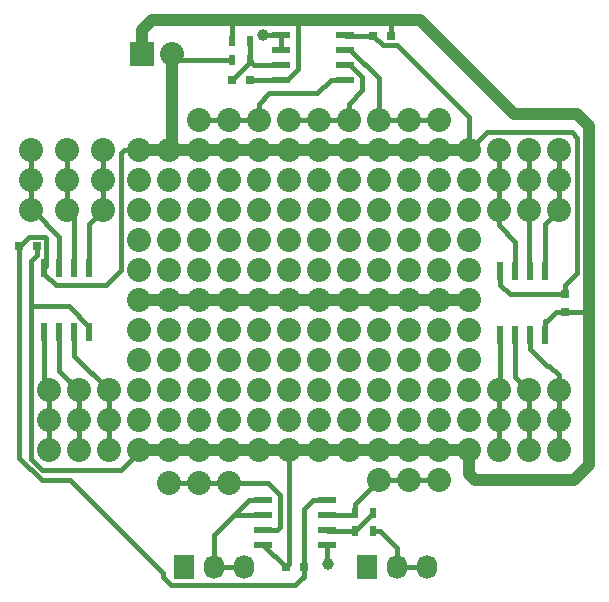
<source format=gtl>
G04 #@! TF.FileFunction,Copper,L1,Top,Signal*
%FSLAX46Y46*%
G04 Gerber Fmt 4.6, Leading zero omitted, Abs format (unit mm)*
G04 Created by KiCad (PCBNEW (2016-03-07 BZR 6612)-product) date Sunday, 29 May 2016 'pmt' 23:22:15*
%MOMM*%
G01*
G04 APERTURE LIST*
%ADD10C,0.100000*%
%ADD11R,0.500000X0.900000*%
%ADD12R,0.600000X1.550000*%
%ADD13R,1.550000X0.600000*%
%ADD14R,2.032000X2.032000*%
%ADD15O,2.032000X2.032000*%
%ADD16R,0.800000X0.750000*%
%ADD17R,0.750000X0.800000*%
%ADD18C,2.032000*%
%ADD19R,1.727200X2.032000*%
%ADD20O,1.727200X2.032000*%
%ADD21C,1.000000*%
%ADD22C,0.400000*%
%ADD23C,1.000000*%
G04 APERTURE END LIST*
D10*
D11*
X68846000Y-54610000D03*
X70346000Y-54610000D03*
D12*
X91567000Y-77884000D03*
X92837000Y-77884000D03*
X94107000Y-77884000D03*
X95377000Y-77884000D03*
X95377000Y-72484000D03*
X94107000Y-72484000D03*
X92837000Y-72484000D03*
X91567000Y-72484000D03*
D13*
X71468000Y-91821000D03*
X71468000Y-93091000D03*
X71468000Y-94361000D03*
X71468000Y-95631000D03*
X76868000Y-95631000D03*
X76868000Y-94361000D03*
X76868000Y-93091000D03*
X76868000Y-91821000D03*
X72992000Y-52451000D03*
X72992000Y-53721000D03*
X72992000Y-54991000D03*
X72992000Y-56261000D03*
X78392000Y-56261000D03*
X78392000Y-54991000D03*
X78392000Y-53721000D03*
X78392000Y-52451000D03*
D12*
X52959000Y-77630000D03*
X54229000Y-77630000D03*
X55499000Y-77630000D03*
X56769000Y-77630000D03*
X56769000Y-72230000D03*
X55499000Y-72230000D03*
X54229000Y-72230000D03*
X52959000Y-72230000D03*
D14*
X61214000Y-54102000D03*
D15*
X63754000Y-54102000D03*
D11*
X80760000Y-94488000D03*
X79260000Y-94488000D03*
X70346000Y-52959000D03*
X68846000Y-52959000D03*
X79260000Y-92964000D03*
X80760000Y-92964000D03*
D16*
X50824000Y-70358000D03*
X52324000Y-70358000D03*
X80784000Y-52578000D03*
X82284000Y-52578000D03*
X74906000Y-97536000D03*
X73406000Y-97536000D03*
D17*
X97028000Y-74434000D03*
X97028000Y-75934000D03*
D16*
X68846000Y-56261000D03*
X70346000Y-56261000D03*
D18*
X51816000Y-62230000D03*
X51816000Y-64770000D03*
X51816000Y-67310000D03*
X53340000Y-82550000D03*
X53340000Y-85090000D03*
X53340000Y-87630000D03*
X54864000Y-62230000D03*
X54864000Y-64770000D03*
X54864000Y-67310000D03*
X57912000Y-62230000D03*
X57912000Y-64770000D03*
X57912000Y-67310000D03*
X55880000Y-82550000D03*
X55880000Y-85090000D03*
X55880000Y-87630000D03*
X58420000Y-82550000D03*
X58420000Y-85090000D03*
X58420000Y-87630000D03*
X91440000Y-62230000D03*
X91440000Y-64770000D03*
X91440000Y-67310000D03*
X91440000Y-82550000D03*
X91440000Y-85090000D03*
X91440000Y-87630000D03*
X81280000Y-59690000D03*
X83820000Y-59690000D03*
X86360000Y-59690000D03*
X93980000Y-62230000D03*
X93980000Y-64770000D03*
X93980000Y-67310000D03*
X96520000Y-62230000D03*
X96520000Y-64770000D03*
X96520000Y-67310000D03*
X93980000Y-82550000D03*
X93980000Y-85090000D03*
X93980000Y-87630000D03*
X96520000Y-82550000D03*
X96520000Y-85090000D03*
X96520000Y-87630000D03*
X73660000Y-59690000D03*
X76200000Y-59690000D03*
X78740000Y-59690000D03*
X66040000Y-59690000D03*
X68580000Y-59690000D03*
X71120000Y-59690000D03*
X81280000Y-90170000D03*
X83820000Y-90170000D03*
X86360000Y-90170000D03*
X63500000Y-90424000D03*
X66040000Y-90424000D03*
X68580000Y-90424000D03*
X60960000Y-87630000D03*
X63500000Y-87630000D03*
X66040000Y-87630000D03*
X68580000Y-87630000D03*
X71120000Y-87630000D03*
X73660000Y-87630000D03*
X76200000Y-87630000D03*
X78740000Y-87630000D03*
X81280000Y-87630000D03*
X83820000Y-87630000D03*
X86360000Y-87630000D03*
X88900000Y-87630000D03*
X60960000Y-67310000D03*
X63500000Y-67310000D03*
X66040000Y-67310000D03*
X68580000Y-67310000D03*
X71120000Y-67310000D03*
X73660000Y-67310000D03*
X76200000Y-67310000D03*
X78740000Y-67310000D03*
X81280000Y-67310000D03*
X83820000Y-67310000D03*
X86360000Y-67310000D03*
X88900000Y-67310000D03*
X60960000Y-74930000D03*
X63500000Y-74930000D03*
X66040000Y-74930000D03*
X68580000Y-74930000D03*
X71120000Y-74930000D03*
X73660000Y-74930000D03*
X76200000Y-74930000D03*
X78740000Y-74930000D03*
X81280000Y-74930000D03*
X83820000Y-74930000D03*
X86360000Y-74930000D03*
X88900000Y-74930000D03*
X60960000Y-64770000D03*
X63500000Y-64770000D03*
X66040000Y-64770000D03*
X68580000Y-64770000D03*
X71120000Y-64770000D03*
X73660000Y-64770000D03*
X76200000Y-64770000D03*
X78740000Y-64770000D03*
X81280000Y-64770000D03*
X83820000Y-64770000D03*
X86360000Y-64770000D03*
X88900000Y-64770000D03*
X60960000Y-62230000D03*
X63500000Y-62230000D03*
X66040000Y-62230000D03*
X68580000Y-62230000D03*
X71120000Y-62230000D03*
X73660000Y-62230000D03*
X76200000Y-62230000D03*
X78740000Y-62230000D03*
X81280000Y-62230000D03*
X83820000Y-62230000D03*
X86360000Y-62230000D03*
X88900000Y-62230000D03*
X60960000Y-69850000D03*
X63500000Y-69850000D03*
X66040000Y-69850000D03*
X68580000Y-69850000D03*
X71120000Y-69850000D03*
X73660000Y-69850000D03*
X76200000Y-69850000D03*
X78740000Y-69850000D03*
X81280000Y-69850000D03*
X83820000Y-69850000D03*
X86360000Y-69850000D03*
X88900000Y-69850000D03*
X60960000Y-72390000D03*
X63500000Y-72390000D03*
X66040000Y-72390000D03*
X68580000Y-72390000D03*
X71120000Y-72390000D03*
X73660000Y-72390000D03*
X76200000Y-72390000D03*
X78740000Y-72390000D03*
X81280000Y-72390000D03*
X83820000Y-72390000D03*
X86360000Y-72390000D03*
X88900000Y-72390000D03*
X60960000Y-77470000D03*
X63500000Y-77470000D03*
X66040000Y-77470000D03*
X68580000Y-77470000D03*
X71120000Y-77470000D03*
X73660000Y-77470000D03*
X76200000Y-77470000D03*
X78740000Y-77470000D03*
X81280000Y-77470000D03*
X83820000Y-77470000D03*
X86360000Y-77470000D03*
X88900000Y-77470000D03*
X60960000Y-80010000D03*
X63500000Y-80010000D03*
X66040000Y-80010000D03*
X68580000Y-80010000D03*
X71120000Y-80010000D03*
X73660000Y-80010000D03*
X76200000Y-80010000D03*
X78740000Y-80010000D03*
X81280000Y-80010000D03*
X83820000Y-80010000D03*
X86360000Y-80010000D03*
X88900000Y-80010000D03*
X60960000Y-82550000D03*
X63500000Y-82550000D03*
X66040000Y-82550000D03*
X68580000Y-82550000D03*
X71120000Y-82550000D03*
X73660000Y-82550000D03*
X76200000Y-82550000D03*
X78740000Y-82550000D03*
X81280000Y-82550000D03*
X83820000Y-82550000D03*
X86360000Y-82550000D03*
X88900000Y-82550000D03*
X60960000Y-85090000D03*
X63500000Y-85090000D03*
X66040000Y-85090000D03*
X68580000Y-85090000D03*
X71120000Y-85090000D03*
X73660000Y-85090000D03*
X76200000Y-85090000D03*
X78740000Y-85090000D03*
X81280000Y-85090000D03*
X83820000Y-85090000D03*
X86360000Y-85090000D03*
X88900000Y-85090000D03*
D19*
X64770000Y-97536000D03*
D20*
X67310000Y-97536000D03*
X69850000Y-97536000D03*
D19*
X80264000Y-97536000D03*
D20*
X82804000Y-97536000D03*
X85344000Y-97536000D03*
D21*
X71501000Y-52451000D03*
X76962000Y-97282000D03*
D22*
X72992000Y-52451000D02*
X71501000Y-52451000D01*
X72992000Y-53721000D02*
X72992000Y-52451000D01*
X76868000Y-95631000D02*
X76868000Y-97188000D01*
X76868000Y-97188000D02*
X76962000Y-97282000D01*
D23*
X86360000Y-74930000D02*
X88900000Y-74930000D01*
X86360000Y-74930000D02*
X83820000Y-74930000D01*
X81280000Y-74930000D02*
X83820000Y-74930000D01*
X78740000Y-74930000D02*
X81280000Y-74930000D01*
X78740000Y-74930000D02*
X76200000Y-74930000D01*
X73660000Y-74930000D02*
X76200000Y-74930000D01*
X71120000Y-74930000D02*
X73660000Y-74930000D01*
X68580000Y-74930000D02*
X71120000Y-74930000D01*
X66040000Y-74930000D02*
X68580000Y-74930000D01*
X63500000Y-74930000D02*
X66040000Y-74930000D01*
X60960000Y-74930000D02*
X63500000Y-74930000D01*
D22*
X65214318Y-96774000D02*
X64770000Y-96774000D01*
X85344000Y-97536000D02*
X82804000Y-97536000D01*
X80760000Y-94488000D02*
X81410000Y-94488000D01*
X81410000Y-94488000D02*
X82804000Y-95882000D01*
X82804000Y-95882000D02*
X82804000Y-96120000D01*
X82804000Y-96120000D02*
X82804000Y-97536000D01*
X66040000Y-90424000D02*
X68580000Y-90424000D01*
X63500000Y-90424000D02*
X66040000Y-90424000D01*
X72898000Y-94106000D02*
X72898000Y-91455998D01*
X72898000Y-91455998D02*
X71866002Y-90424000D01*
X71866002Y-90424000D02*
X69843600Y-90424000D01*
X69843600Y-90424000D02*
X68580000Y-90424000D01*
X71468000Y-94361000D02*
X72643000Y-94361000D01*
X72643000Y-94361000D02*
X72898000Y-94106000D01*
X68846000Y-52959000D02*
X68846000Y-51211999D01*
X68846000Y-51211999D02*
X68834000Y-51199999D01*
X70346000Y-56261000D02*
X72992000Y-56261000D01*
D23*
X86360000Y-87630000D02*
X88900000Y-87630000D01*
X83820000Y-87630000D02*
X86360000Y-87630000D01*
X81280000Y-87630000D02*
X83820000Y-87630000D01*
X78740000Y-87630000D02*
X81280000Y-87630000D01*
X76200000Y-87630000D02*
X78740000Y-87630000D01*
X73660000Y-87630000D02*
X76200000Y-87630000D01*
X71120000Y-87630000D02*
X73660000Y-87630000D01*
X68580000Y-87630000D02*
X71120000Y-87630000D01*
X66040000Y-87630000D02*
X68580000Y-87630000D01*
X66040000Y-87630000D02*
X63500000Y-87630000D01*
X60960000Y-87630000D02*
X63500000Y-87630000D01*
D22*
X95504000Y-76683000D02*
X95403000Y-76683000D01*
X95377000Y-76709000D02*
X95377000Y-77884000D01*
X95403000Y-76683000D02*
X95377000Y-76709000D01*
X97028000Y-75934000D02*
X96253000Y-75934000D01*
X96253000Y-75934000D02*
X95504000Y-76683000D01*
D23*
X99060000Y-88900000D02*
X99060000Y-75946000D01*
X99060000Y-75946000D02*
X99060000Y-60198000D01*
D22*
X99048000Y-75934000D02*
X99060000Y-75946000D01*
X97028000Y-75934000D02*
X99048000Y-75934000D01*
D23*
X84727999Y-51199999D02*
X82296000Y-51199999D01*
D22*
X82284000Y-51211999D02*
X82296000Y-51199999D01*
D23*
X82296000Y-51199999D02*
X74422000Y-51199999D01*
D22*
X82284000Y-52578000D02*
X82284000Y-51211999D01*
D23*
X74422000Y-51199999D02*
X68834000Y-51199999D01*
D22*
X72992000Y-56261000D02*
X73467000Y-56261000D01*
X74422000Y-55306000D02*
X74422000Y-51199999D01*
X73467000Y-56261000D02*
X74422000Y-55306000D01*
D23*
X68834000Y-51199999D02*
X62100001Y-51199999D01*
X88900000Y-87630000D02*
X88900000Y-89646000D01*
X88900000Y-89646000D02*
X89424000Y-90170000D01*
X89424000Y-90170000D02*
X97790000Y-90170000D01*
X98044000Y-59182000D02*
X92710000Y-59182000D01*
X97790000Y-90170000D02*
X99060000Y-88900000D01*
X99060000Y-60198000D02*
X98044000Y-59182000D01*
X92710000Y-59182000D02*
X84727999Y-51199999D01*
X62100001Y-51199999D02*
X61214000Y-52086000D01*
X61214000Y-52086000D02*
X61214000Y-54102000D01*
D22*
X51816000Y-75438000D02*
X51816000Y-71641000D01*
X51816000Y-88392000D02*
X51816000Y-75438000D01*
X51816000Y-75438000D02*
X55052000Y-75438000D01*
X55052000Y-75438000D02*
X56769000Y-77155000D01*
X56769000Y-77155000D02*
X56769000Y-77630000D01*
X73660000Y-87630000D02*
X73660000Y-97282000D01*
X73660000Y-97282000D02*
X73406000Y-97536000D01*
X71468000Y-95631000D02*
X71501000Y-95631000D01*
X71501000Y-95631000D02*
X73406000Y-97536000D01*
X60960000Y-87630000D02*
X60960000Y-87782400D01*
X59436000Y-89306400D02*
X52730400Y-89306400D01*
X60960000Y-87782400D02*
X59436000Y-89306400D01*
X52730400Y-89306400D02*
X51816000Y-88392000D01*
X51816000Y-71641000D02*
X52324000Y-71133000D01*
X52324000Y-71133000D02*
X52324000Y-70358000D01*
X63694398Y-99060000D02*
X74168000Y-99060000D01*
X74168000Y-99060000D02*
X74676000Y-98552000D01*
X62992000Y-98044000D02*
X62992000Y-98357602D01*
X62992000Y-98357602D02*
X63694398Y-99060000D01*
X55118000Y-90170000D02*
X62992000Y-98044000D01*
X50824000Y-70358000D02*
X50824000Y-88248542D01*
X50824000Y-88248542D02*
X52745458Y-90170000D01*
X52745458Y-90170000D02*
X55118000Y-90170000D01*
X74906000Y-98322000D02*
X74906000Y-97536000D01*
X74676000Y-98552000D02*
X74906000Y-98322000D01*
X68846000Y-54610000D02*
X64262000Y-54610000D01*
X64262000Y-54610000D02*
X63754000Y-54102000D01*
X82817001Y-53353001D02*
X88900000Y-59436000D01*
X88900000Y-59436000D02*
X88900000Y-60290586D01*
X81962415Y-53353001D02*
X82817001Y-53353001D01*
X90424000Y-60706000D02*
X97595602Y-60706000D01*
X97595602Y-60706000D02*
X98044000Y-61154398D01*
X88900000Y-62230000D02*
X90424000Y-60706000D01*
D23*
X86360000Y-62230000D02*
X88900000Y-62230000D01*
X83820000Y-62230000D02*
X86360000Y-62230000D01*
X81280000Y-62230000D02*
X83820000Y-62230000D01*
X78740000Y-62230000D02*
X81280000Y-62230000D01*
X76200000Y-62230000D02*
X78740000Y-62230000D01*
X73660000Y-62230000D02*
X76200000Y-62230000D01*
X71120000Y-62230000D02*
X73660000Y-62230000D01*
X68580000Y-62230000D02*
X71120000Y-62230000D01*
X66040000Y-62230000D02*
X68580000Y-62230000D01*
X63500000Y-62230000D02*
X66040000Y-62230000D01*
X60960000Y-62230000D02*
X63500000Y-62230000D01*
D22*
X97028000Y-74434000D02*
X92342000Y-74434000D01*
X92342000Y-74434000D02*
X91567000Y-73659000D01*
X91567000Y-73659000D02*
X91567000Y-72484000D01*
X88900000Y-62230000D02*
X88900000Y-60290586D01*
X81962415Y-53353001D02*
X81584000Y-53353000D01*
X81584000Y-53353000D02*
X80809000Y-52578000D01*
X80809000Y-52578000D02*
X80784000Y-52578000D01*
X80784000Y-52578000D02*
X78519000Y-52578000D01*
X78519000Y-52578000D02*
X78392000Y-52451000D01*
D23*
X63754000Y-54102000D02*
X63754000Y-61976000D01*
X63754000Y-61976000D02*
X63500000Y-62230000D01*
D22*
X74906000Y-97536000D02*
X74906000Y-92608000D01*
X74906000Y-92608000D02*
X75693000Y-91821000D01*
X75693000Y-91821000D02*
X76868000Y-91821000D01*
X74881000Y-97536000D02*
X74906000Y-97536000D01*
X60960000Y-62230000D02*
X59696400Y-62230000D01*
X59696400Y-62230000D02*
X59436000Y-62490400D01*
X59436000Y-62490400D02*
X59436000Y-72390000D01*
X59436000Y-72390000D02*
X58166000Y-73660000D01*
X58166000Y-73660000D02*
X53914000Y-73660000D01*
X53914000Y-73660000D02*
X52959000Y-72705000D01*
X52959000Y-72705000D02*
X52959000Y-72230000D01*
X50824000Y-70358000D02*
X50849000Y-70358000D01*
X53044001Y-69582999D02*
X53124001Y-69662999D01*
X50849000Y-70358000D02*
X51624001Y-69582999D01*
X51624001Y-69582999D02*
X53044001Y-69582999D01*
X53124001Y-69662999D02*
X53124001Y-72064999D01*
X53124001Y-72064999D02*
X52959000Y-72230000D01*
X98044000Y-61154398D02*
X98044000Y-72618000D01*
X98044000Y-72618000D02*
X97028000Y-73634000D01*
X97028000Y-73634000D02*
X97028000Y-74434000D01*
X88900000Y-62230000D02*
X88900000Y-62077600D01*
X83820000Y-90170000D02*
X86360000Y-90170000D01*
X81280000Y-90170000D02*
X83820000Y-90170000D01*
X79260000Y-92964000D02*
X79260000Y-92190000D01*
X79260000Y-92190000D02*
X81280000Y-90170000D01*
X76868000Y-93091000D02*
X79133000Y-93091000D01*
X79133000Y-93091000D02*
X79260000Y-92964000D01*
X68580000Y-59690000D02*
X71120000Y-59690000D01*
X66040000Y-59690000D02*
X68580000Y-59690000D01*
X71990000Y-57404000D02*
X76074000Y-57404000D01*
X76074000Y-57404000D02*
X77217000Y-56261000D01*
X77217000Y-56261000D02*
X78392000Y-56261000D01*
X71120000Y-59690000D02*
X71120000Y-58274000D01*
X71120000Y-58274000D02*
X71990000Y-57404000D01*
X76200000Y-59690000D02*
X78740000Y-59690000D01*
X73660000Y-59690000D02*
X76200000Y-59690000D01*
X79864000Y-57150000D02*
X79864000Y-55988000D01*
X79864000Y-55988000D02*
X78867000Y-54991000D01*
X78867000Y-54991000D02*
X78392000Y-54991000D01*
X78740000Y-59690000D02*
X78740000Y-58274000D01*
X78740000Y-58274000D02*
X79864000Y-57150000D01*
X96520000Y-85090000D02*
X96520000Y-87630000D01*
X96520000Y-82550000D02*
X96520000Y-85090000D01*
X95504000Y-80456000D02*
X95689600Y-80456000D01*
X95689600Y-80456000D02*
X96520000Y-81286400D01*
X96520000Y-81286400D02*
X96520000Y-82550000D01*
X94107000Y-77884000D02*
X94107000Y-79059000D01*
X94107000Y-79059000D02*
X95504000Y-80456000D01*
X93980000Y-82550000D02*
X93980000Y-85090000D01*
X93980000Y-87630000D02*
X93980000Y-85090000D01*
X92837000Y-77884000D02*
X92837000Y-81407000D01*
X92837000Y-81407000D02*
X93980000Y-82550000D01*
X96520000Y-64770000D02*
X96520000Y-67310000D01*
X96520000Y-62230000D02*
X96520000Y-64770000D01*
X95377000Y-72484000D02*
X95377000Y-68453000D01*
X95377000Y-68453000D02*
X96520000Y-67310000D01*
X93980000Y-64770000D02*
X93980000Y-67310000D01*
X93980000Y-62230000D02*
X93980000Y-64770000D01*
X93980000Y-67310000D02*
X93980000Y-72357000D01*
X93980000Y-72357000D02*
X94107000Y-72484000D01*
X83820000Y-59690000D02*
X86360000Y-59690000D01*
X81280000Y-59690000D02*
X83820000Y-59690000D01*
X81280000Y-59690000D02*
X81280000Y-56134000D01*
X81280000Y-56134000D02*
X78867000Y-53721000D01*
X78867000Y-53721000D02*
X78392000Y-53721000D01*
X91440000Y-85090000D02*
X91440000Y-87630000D01*
X91440000Y-82550000D02*
X91440000Y-85090000D01*
X91567000Y-77884000D02*
X91567000Y-82423000D01*
X91567000Y-82423000D02*
X91440000Y-82550000D01*
X91440000Y-64770000D02*
X91440000Y-67310000D01*
X91440000Y-62230000D02*
X91440000Y-64770000D01*
X91440000Y-67310000D02*
X91440000Y-68573600D01*
X92837000Y-69970600D02*
X92837000Y-71309000D01*
X91440000Y-68573600D02*
X92837000Y-69970600D01*
X92837000Y-71309000D02*
X92837000Y-72484000D01*
X79260000Y-94488000D02*
X79260000Y-94464000D01*
X79260000Y-94464000D02*
X80760000Y-92964000D01*
X79260000Y-94488000D02*
X76995000Y-94488000D01*
X76995000Y-94488000D02*
X76868000Y-94361000D01*
X58420000Y-85090000D02*
X58420000Y-87630000D01*
X58420000Y-82550000D02*
X58420000Y-85090000D01*
X55499000Y-77630000D02*
X55499000Y-79629000D01*
X55499000Y-79629000D02*
X58420000Y-82550000D01*
X57759600Y-82550000D02*
X57912000Y-82550000D01*
X55880000Y-85090000D02*
X55880000Y-82550000D01*
X55880000Y-87630000D02*
X55880000Y-85090000D01*
X54229000Y-77630000D02*
X54229000Y-80899000D01*
X54229000Y-80899000D02*
X55880000Y-82550000D01*
X57912000Y-64770000D02*
X57912000Y-67310000D01*
X57912000Y-62230000D02*
X57912000Y-64770000D01*
X56769000Y-72230000D02*
X56769000Y-68453000D01*
X56769000Y-68453000D02*
X57912000Y-67310000D01*
X54864000Y-64770000D02*
X54864000Y-62230000D01*
X54864000Y-67310000D02*
X54864000Y-64770000D01*
X55499000Y-72230000D02*
X55499000Y-67945000D01*
X55499000Y-67945000D02*
X54864000Y-67310000D01*
X53340000Y-85090000D02*
X53340000Y-87630000D01*
X53340000Y-82550000D02*
X53340000Y-85090000D01*
X52959000Y-77630000D02*
X52959000Y-82169000D01*
X52959000Y-82169000D02*
X53340000Y-82550000D01*
X51816000Y-64770000D02*
X51816000Y-67310000D01*
X51816000Y-62230000D02*
X51816000Y-64770000D01*
X54229000Y-72230000D02*
X54229000Y-69570600D01*
X54229000Y-69570600D02*
X51968400Y-67310000D01*
X51968400Y-67310000D02*
X51816000Y-67310000D01*
X72992000Y-54991000D02*
X70727000Y-54991000D01*
X70727000Y-54991000D02*
X70346000Y-54610000D01*
X70346000Y-54610000D02*
X70346000Y-54761000D01*
X70346000Y-54761000D02*
X68846000Y-56261000D01*
X70346000Y-52959000D02*
X70346000Y-54610000D01*
X69850000Y-97536000D02*
X67310000Y-97536000D01*
X68834000Y-93280000D02*
X67310000Y-94804000D01*
X67310000Y-94804000D02*
X67310000Y-97536000D01*
X70293000Y-91821000D02*
X68834000Y-93280000D01*
X71468000Y-93091000D02*
X69023000Y-93091000D01*
X69023000Y-93091000D02*
X68834000Y-93280000D01*
X71468000Y-91821000D02*
X70293000Y-91821000D01*
M02*

</source>
